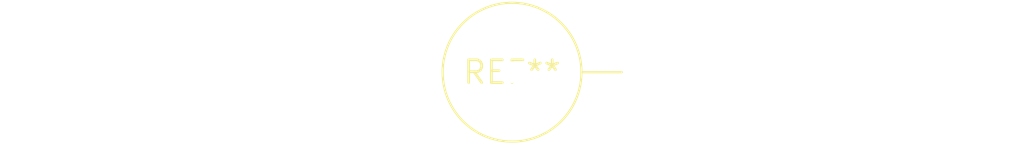
<source format=kicad_pcb>
(kicad_pcb (version 20240108) (generator pcbnew)
  (layers (0 "F.Cu" signal) (31 "B.Cu" signal) (34 "B.Paste" user) (35 "F.Paste" user) (36 "B.SilkS" user "B.Silkscreen") (37 "F.SilkS" user "F.Silkscreen") (38 "B.Mask" user) (39 "F.Mask" user) (44 "Edge.Cuts" user))
  (net 0 "")
  (footprint "L_Axial_L24.0mm_D7.5mm_P7.62mm_Vertical_Fastron_MESC" (layer "F.Cu") (at 0 0)
    (property "Reference" "REF**")
    (property "Value" "L_Axial_L24.0mm_D7.5mm_P7.62mm_Vertical_Fastron_MESC")
    (fp_line (start 3.87 0) (end 6.12 0) (layer "F.SilkS") (stroke (width 0.12)))
    (fp_circle (center 0 0) (end 3.87 0) (layer "F.SilkS") (stroke (width 0.12)) (fill none))
    (pad "1" thru_hole circle (at 0 0) (size 2.4 2.4) (drill 1.2) (layers *.Cu *.Mask) (remove_unused_layers))
    (pad "2" thru_hole oval (at 7.62 0) (size 2.4 2.4) (drill 1.2) (layers *.Cu *.Mask) (remove_unused_layers))
  )
)
</source>
